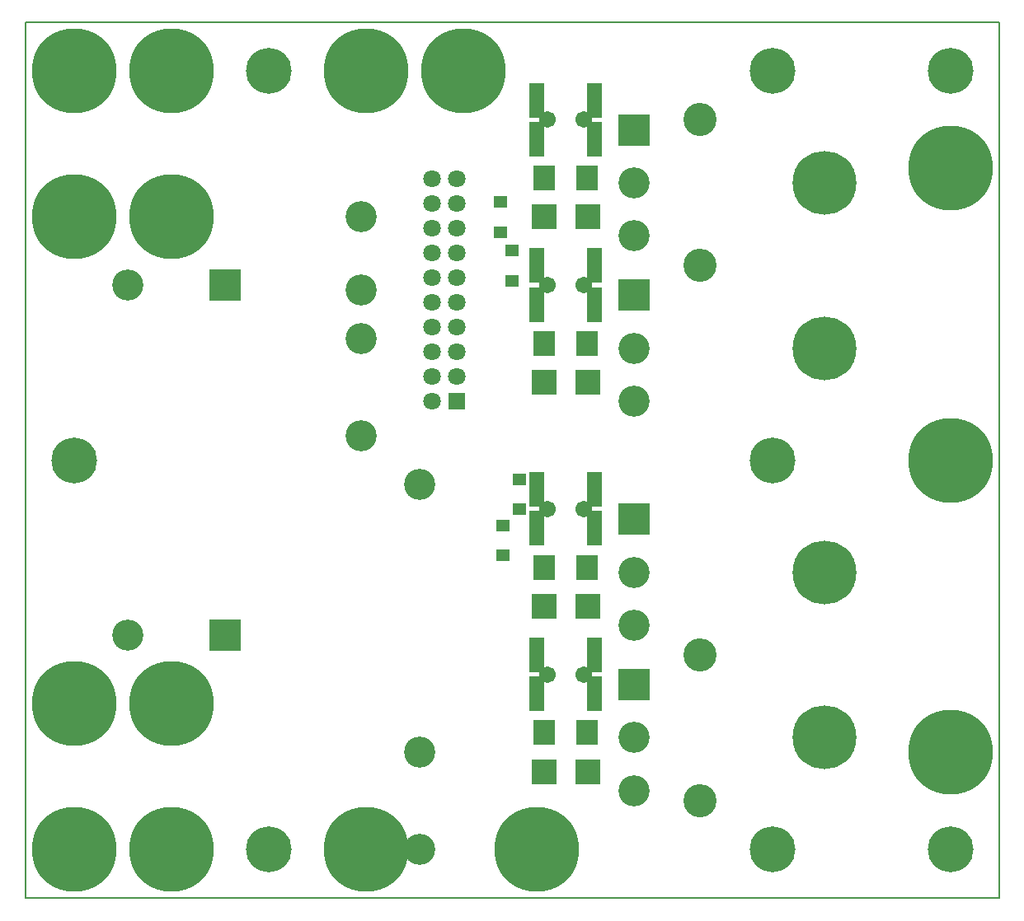
<source format=gts>
G04 Layer_Color=8388736*
%FSLAX25Y25*%
%MOIN*%
G70*
G01*
G75*
%ADD17C,0.00787*%
%ADD42R,0.06115X0.14186*%
%ADD43R,0.09855X0.09855*%
%ADD44R,0.09068X0.09855*%
%ADD45R,0.05524X0.05131*%
%ADD46R,0.12611X0.12611*%
%ADD47C,0.12611*%
%ADD48R,0.12611X0.12611*%
%ADD49C,0.07099*%
%ADD50R,0.07099X0.07099*%
%ADD51C,0.13398*%
%ADD52C,0.06706*%
%ADD53C,0.34265*%
%ADD54C,0.18516*%
%ADD55C,0.25800*%
D17*
X0Y177165D02*
X393701D01*
Y-177165D02*
Y177165D01*
X0Y-177165D02*
Y177165D01*
Y-177165D02*
X393701D01*
D42*
X230217Y62992D02*
D03*
X206791D02*
D03*
X230217Y-94488D02*
D03*
X206791D02*
D03*
X230217Y-78740D02*
D03*
X206791D02*
D03*
X230217Y-27559D02*
D03*
X206791D02*
D03*
X230217Y-11811D02*
D03*
X206791D02*
D03*
X230217Y78740D02*
D03*
X206791D02*
D03*
X230118Y129921D02*
D03*
X206693D02*
D03*
X230217Y145669D02*
D03*
X206791D02*
D03*
D43*
X227362Y31496D02*
D03*
X209646D02*
D03*
X227362Y-125984D02*
D03*
X209646D02*
D03*
X227362Y-59055D02*
D03*
X209646D02*
D03*
X227362Y98425D02*
D03*
X209646D02*
D03*
D44*
X227165Y47244D02*
D03*
X209842D02*
D03*
Y-110236D02*
D03*
X227165D02*
D03*
Y-43307D02*
D03*
X209842D02*
D03*
Y114173D02*
D03*
X227165D02*
D03*
D45*
X192913Y-38583D02*
D03*
Y-26378D02*
D03*
X199803Y-19882D02*
D03*
Y-7677D02*
D03*
X191969Y104527D02*
D03*
Y92323D02*
D03*
X196850Y72638D02*
D03*
Y84842D02*
D03*
D46*
X80709Y-70866D02*
D03*
Y70866D02*
D03*
D47*
X41339Y-70866D02*
D03*
X246063Y23819D02*
D03*
Y45276D02*
D03*
Y-66732D02*
D03*
Y-45276D02*
D03*
X159449Y-118110D02*
D03*
Y-9843D02*
D03*
Y-157480D02*
D03*
X246063Y-112205D02*
D03*
Y-133661D02*
D03*
Y90748D02*
D03*
Y112205D02*
D03*
Y45276D02*
D03*
Y23819D02*
D03*
Y-133661D02*
D03*
Y-112205D02*
D03*
Y-66732D02*
D03*
Y-45276D02*
D03*
Y90748D02*
D03*
Y112205D02*
D03*
X41339Y70866D02*
D03*
X135827Y98425D02*
D03*
Y49213D02*
D03*
Y68898D02*
D03*
Y9843D02*
D03*
D03*
Y68898D02*
D03*
D48*
X246063Y66732D02*
D03*
Y-23819D02*
D03*
Y-90748D02*
D03*
Y133661D02*
D03*
Y66732D02*
D03*
Y-90748D02*
D03*
Y-23819D02*
D03*
Y133661D02*
D03*
D49*
X164291Y113898D02*
D03*
X174291D02*
D03*
X164291Y103898D02*
D03*
X174291D02*
D03*
X164291Y93898D02*
D03*
X174291D02*
D03*
X164291Y83898D02*
D03*
X174291D02*
D03*
X164291Y73898D02*
D03*
X174291D02*
D03*
X164291Y63898D02*
D03*
X174291D02*
D03*
X164291Y53898D02*
D03*
X174291D02*
D03*
X164291Y43898D02*
D03*
X174291D02*
D03*
X164291Y33898D02*
D03*
X174291D02*
D03*
X164291Y23898D02*
D03*
D50*
X174291D02*
D03*
D51*
X272638Y-137795D02*
D03*
Y-78740D02*
D03*
Y78740D02*
D03*
Y137795D02*
D03*
D52*
X225886Y-19685D02*
D03*
X211122D02*
D03*
Y-86614D02*
D03*
X225886D02*
D03*
Y137795D02*
D03*
X211122D02*
D03*
X211122Y70866D02*
D03*
X225886D02*
D03*
D53*
X19685Y157480D02*
D03*
X19685Y-157480D02*
D03*
X59055Y157480D02*
D03*
X19685Y98425D02*
D03*
X59055Y-157480D02*
D03*
X19685Y-98425D02*
D03*
X59055D02*
D03*
X59055Y98425D02*
D03*
X374016Y-118110D02*
D03*
Y0D02*
D03*
Y118110D02*
D03*
X206693Y-157480D02*
D03*
X177165Y157480D02*
D03*
X137795D02*
D03*
Y-157480D02*
D03*
D54*
X374016D02*
D03*
X302165Y-157480D02*
D03*
X374016Y157480D02*
D03*
X302165Y157480D02*
D03*
Y0D02*
D03*
X98425Y157480D02*
D03*
X98425Y-157480D02*
D03*
X19685Y0D02*
D03*
D55*
X323228Y112205D02*
D03*
Y45276D02*
D03*
Y-45276D02*
D03*
Y-112205D02*
D03*
M02*

</source>
